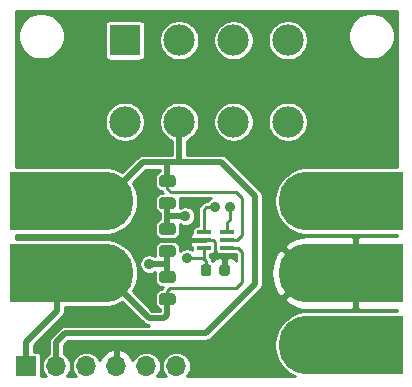
<source format=gbr>
G04 #@! TF.GenerationSoftware,KiCad,Pcbnew,(5.1.0)-1*
G04 #@! TF.CreationDate,2019-09-02T23:35:44-05:00*
G04 #@! TF.ProjectId,Current_Sense_Nano,43757272-656e-4745-9f53-656e73655f4e,v01*
G04 #@! TF.SameCoordinates,Original*
G04 #@! TF.FileFunction,Copper,L1,Top*
G04 #@! TF.FilePolarity,Positive*
%FSLAX46Y46*%
G04 Gerber Fmt 4.6, Leading zero omitted, Abs format (unit mm)*
G04 Created by KiCad (PCBNEW (5.1.0)-1) date 2019-09-02 23:35:44*
%MOMM*%
%LPD*%
G04 APERTURE LIST*
%ADD10O,1.700000X1.700000*%
%ADD11R,1.700000X1.700000*%
%ADD12C,0.100000*%
%ADD13C,0.875000*%
%ADD14C,5.000000*%
%ADD15R,8.000000X5.000000*%
%ADD16C,0.975000*%
%ADD17C,2.650000*%
%ADD18R,2.650000X2.650000*%
%ADD19R,1.168400X0.355600*%
%ADD20C,0.914400*%
%ADD21C,0.254000*%
%ADD22C,0.508000*%
G04 APERTURE END LIST*
D10*
X140970000Y-132080000D03*
X138430000Y-132080000D03*
X135890000Y-132080000D03*
X133350000Y-132080000D03*
X130810000Y-132080000D03*
D11*
X128270000Y-132080000D03*
D12*
G36*
X143724691Y-123478053D02*
G01*
X143745926Y-123481203D01*
X143766750Y-123486419D01*
X143786962Y-123493651D01*
X143806368Y-123502830D01*
X143824781Y-123513866D01*
X143842024Y-123526654D01*
X143857930Y-123541070D01*
X143872346Y-123556976D01*
X143885134Y-123574219D01*
X143896170Y-123592632D01*
X143905349Y-123612038D01*
X143912581Y-123632250D01*
X143917797Y-123653074D01*
X143920947Y-123674309D01*
X143922000Y-123695750D01*
X143922000Y-124208250D01*
X143920947Y-124229691D01*
X143917797Y-124250926D01*
X143912581Y-124271750D01*
X143905349Y-124291962D01*
X143896170Y-124311368D01*
X143885134Y-124329781D01*
X143872346Y-124347024D01*
X143857930Y-124362930D01*
X143842024Y-124377346D01*
X143824781Y-124390134D01*
X143806368Y-124401170D01*
X143786962Y-124410349D01*
X143766750Y-124417581D01*
X143745926Y-124422797D01*
X143724691Y-124425947D01*
X143703250Y-124427000D01*
X143265750Y-124427000D01*
X143244309Y-124425947D01*
X143223074Y-124422797D01*
X143202250Y-124417581D01*
X143182038Y-124410349D01*
X143162632Y-124401170D01*
X143144219Y-124390134D01*
X143126976Y-124377346D01*
X143111070Y-124362930D01*
X143096654Y-124347024D01*
X143083866Y-124329781D01*
X143072830Y-124311368D01*
X143063651Y-124291962D01*
X143056419Y-124271750D01*
X143051203Y-124250926D01*
X143048053Y-124229691D01*
X143047000Y-124208250D01*
X143047000Y-123695750D01*
X143048053Y-123674309D01*
X143051203Y-123653074D01*
X143056419Y-123632250D01*
X143063651Y-123612038D01*
X143072830Y-123592632D01*
X143083866Y-123574219D01*
X143096654Y-123556976D01*
X143111070Y-123541070D01*
X143126976Y-123526654D01*
X143144219Y-123513866D01*
X143162632Y-123502830D01*
X143182038Y-123493651D01*
X143202250Y-123486419D01*
X143223074Y-123481203D01*
X143244309Y-123478053D01*
X143265750Y-123477000D01*
X143703250Y-123477000D01*
X143724691Y-123478053D01*
X143724691Y-123478053D01*
G37*
D13*
X143484500Y-123952000D03*
D12*
G36*
X145299691Y-123478053D02*
G01*
X145320926Y-123481203D01*
X145341750Y-123486419D01*
X145361962Y-123493651D01*
X145381368Y-123502830D01*
X145399781Y-123513866D01*
X145417024Y-123526654D01*
X145432930Y-123541070D01*
X145447346Y-123556976D01*
X145460134Y-123574219D01*
X145471170Y-123592632D01*
X145480349Y-123612038D01*
X145487581Y-123632250D01*
X145492797Y-123653074D01*
X145495947Y-123674309D01*
X145497000Y-123695750D01*
X145497000Y-124208250D01*
X145495947Y-124229691D01*
X145492797Y-124250926D01*
X145487581Y-124271750D01*
X145480349Y-124291962D01*
X145471170Y-124311368D01*
X145460134Y-124329781D01*
X145447346Y-124347024D01*
X145432930Y-124362930D01*
X145417024Y-124377346D01*
X145399781Y-124390134D01*
X145381368Y-124401170D01*
X145361962Y-124410349D01*
X145341750Y-124417581D01*
X145320926Y-124422797D01*
X145299691Y-124425947D01*
X145278250Y-124427000D01*
X144840750Y-124427000D01*
X144819309Y-124425947D01*
X144798074Y-124422797D01*
X144777250Y-124417581D01*
X144757038Y-124410349D01*
X144737632Y-124401170D01*
X144719219Y-124390134D01*
X144701976Y-124377346D01*
X144686070Y-124362930D01*
X144671654Y-124347024D01*
X144658866Y-124329781D01*
X144647830Y-124311368D01*
X144638651Y-124291962D01*
X144631419Y-124271750D01*
X144626203Y-124250926D01*
X144623053Y-124229691D01*
X144622000Y-124208250D01*
X144622000Y-123695750D01*
X144623053Y-123674309D01*
X144626203Y-123653074D01*
X144631419Y-123632250D01*
X144638651Y-123612038D01*
X144647830Y-123592632D01*
X144658866Y-123574219D01*
X144671654Y-123556976D01*
X144686070Y-123541070D01*
X144701976Y-123526654D01*
X144719219Y-123513866D01*
X144737632Y-123502830D01*
X144757038Y-123493651D01*
X144777250Y-123486419D01*
X144798074Y-123481203D01*
X144819309Y-123478053D01*
X144840750Y-123477000D01*
X145278250Y-123477000D01*
X145299691Y-123478053D01*
X145299691Y-123478053D01*
G37*
D13*
X145059500Y-123952000D03*
D14*
X134874000Y-124206000D03*
D15*
X130874000Y-124206000D03*
X130874000Y-118110000D03*
D14*
X134874000Y-118110000D03*
X152146000Y-118110000D03*
D15*
X156146000Y-118110000D03*
X156146000Y-124206000D03*
D14*
X152146000Y-124206000D03*
X152146000Y-130302000D03*
D15*
X156146000Y-130302000D03*
D12*
G36*
X140688142Y-125927174D02*
G01*
X140711803Y-125930684D01*
X140735007Y-125936496D01*
X140757529Y-125944554D01*
X140779153Y-125954782D01*
X140799670Y-125967079D01*
X140818883Y-125981329D01*
X140836607Y-125997393D01*
X140852671Y-126015117D01*
X140866921Y-126034330D01*
X140879218Y-126054847D01*
X140889446Y-126076471D01*
X140897504Y-126098993D01*
X140903316Y-126122197D01*
X140906826Y-126145858D01*
X140908000Y-126169750D01*
X140908000Y-126657250D01*
X140906826Y-126681142D01*
X140903316Y-126704803D01*
X140897504Y-126728007D01*
X140889446Y-126750529D01*
X140879218Y-126772153D01*
X140866921Y-126792670D01*
X140852671Y-126811883D01*
X140836607Y-126829607D01*
X140818883Y-126845671D01*
X140799670Y-126859921D01*
X140779153Y-126872218D01*
X140757529Y-126882446D01*
X140735007Y-126890504D01*
X140711803Y-126896316D01*
X140688142Y-126899826D01*
X140664250Y-126901000D01*
X139751750Y-126901000D01*
X139727858Y-126899826D01*
X139704197Y-126896316D01*
X139680993Y-126890504D01*
X139658471Y-126882446D01*
X139636847Y-126872218D01*
X139616330Y-126859921D01*
X139597117Y-126845671D01*
X139579393Y-126829607D01*
X139563329Y-126811883D01*
X139549079Y-126792670D01*
X139536782Y-126772153D01*
X139526554Y-126750529D01*
X139518496Y-126728007D01*
X139512684Y-126704803D01*
X139509174Y-126681142D01*
X139508000Y-126657250D01*
X139508000Y-126169750D01*
X139509174Y-126145858D01*
X139512684Y-126122197D01*
X139518496Y-126098993D01*
X139526554Y-126076471D01*
X139536782Y-126054847D01*
X139549079Y-126034330D01*
X139563329Y-126015117D01*
X139579393Y-125997393D01*
X139597117Y-125981329D01*
X139616330Y-125967079D01*
X139636847Y-125954782D01*
X139658471Y-125944554D01*
X139680993Y-125936496D01*
X139704197Y-125930684D01*
X139727858Y-125927174D01*
X139751750Y-125926000D01*
X140664250Y-125926000D01*
X140688142Y-125927174D01*
X140688142Y-125927174D01*
G37*
D16*
X140208000Y-126413500D03*
D12*
G36*
X140688142Y-124052174D02*
G01*
X140711803Y-124055684D01*
X140735007Y-124061496D01*
X140757529Y-124069554D01*
X140779153Y-124079782D01*
X140799670Y-124092079D01*
X140818883Y-124106329D01*
X140836607Y-124122393D01*
X140852671Y-124140117D01*
X140866921Y-124159330D01*
X140879218Y-124179847D01*
X140889446Y-124201471D01*
X140897504Y-124223993D01*
X140903316Y-124247197D01*
X140906826Y-124270858D01*
X140908000Y-124294750D01*
X140908000Y-124782250D01*
X140906826Y-124806142D01*
X140903316Y-124829803D01*
X140897504Y-124853007D01*
X140889446Y-124875529D01*
X140879218Y-124897153D01*
X140866921Y-124917670D01*
X140852671Y-124936883D01*
X140836607Y-124954607D01*
X140818883Y-124970671D01*
X140799670Y-124984921D01*
X140779153Y-124997218D01*
X140757529Y-125007446D01*
X140735007Y-125015504D01*
X140711803Y-125021316D01*
X140688142Y-125024826D01*
X140664250Y-125026000D01*
X139751750Y-125026000D01*
X139727858Y-125024826D01*
X139704197Y-125021316D01*
X139680993Y-125015504D01*
X139658471Y-125007446D01*
X139636847Y-124997218D01*
X139616330Y-124984921D01*
X139597117Y-124970671D01*
X139579393Y-124954607D01*
X139563329Y-124936883D01*
X139549079Y-124917670D01*
X139536782Y-124897153D01*
X139526554Y-124875529D01*
X139518496Y-124853007D01*
X139512684Y-124829803D01*
X139509174Y-124806142D01*
X139508000Y-124782250D01*
X139508000Y-124294750D01*
X139509174Y-124270858D01*
X139512684Y-124247197D01*
X139518496Y-124223993D01*
X139526554Y-124201471D01*
X139536782Y-124179847D01*
X139549079Y-124159330D01*
X139563329Y-124140117D01*
X139579393Y-124122393D01*
X139597117Y-124106329D01*
X139616330Y-124092079D01*
X139636847Y-124079782D01*
X139658471Y-124069554D01*
X139680993Y-124061496D01*
X139704197Y-124055684D01*
X139727858Y-124052174D01*
X139751750Y-124051000D01*
X140664250Y-124051000D01*
X140688142Y-124052174D01*
X140688142Y-124052174D01*
G37*
D16*
X140208000Y-124538500D03*
D12*
G36*
X140688142Y-119988174D02*
G01*
X140711803Y-119991684D01*
X140735007Y-119997496D01*
X140757529Y-120005554D01*
X140779153Y-120015782D01*
X140799670Y-120028079D01*
X140818883Y-120042329D01*
X140836607Y-120058393D01*
X140852671Y-120076117D01*
X140866921Y-120095330D01*
X140879218Y-120115847D01*
X140889446Y-120137471D01*
X140897504Y-120159993D01*
X140903316Y-120183197D01*
X140906826Y-120206858D01*
X140908000Y-120230750D01*
X140908000Y-120718250D01*
X140906826Y-120742142D01*
X140903316Y-120765803D01*
X140897504Y-120789007D01*
X140889446Y-120811529D01*
X140879218Y-120833153D01*
X140866921Y-120853670D01*
X140852671Y-120872883D01*
X140836607Y-120890607D01*
X140818883Y-120906671D01*
X140799670Y-120920921D01*
X140779153Y-120933218D01*
X140757529Y-120943446D01*
X140735007Y-120951504D01*
X140711803Y-120957316D01*
X140688142Y-120960826D01*
X140664250Y-120962000D01*
X139751750Y-120962000D01*
X139727858Y-120960826D01*
X139704197Y-120957316D01*
X139680993Y-120951504D01*
X139658471Y-120943446D01*
X139636847Y-120933218D01*
X139616330Y-120920921D01*
X139597117Y-120906671D01*
X139579393Y-120890607D01*
X139563329Y-120872883D01*
X139549079Y-120853670D01*
X139536782Y-120833153D01*
X139526554Y-120811529D01*
X139518496Y-120789007D01*
X139512684Y-120765803D01*
X139509174Y-120742142D01*
X139508000Y-120718250D01*
X139508000Y-120230750D01*
X139509174Y-120206858D01*
X139512684Y-120183197D01*
X139518496Y-120159993D01*
X139526554Y-120137471D01*
X139536782Y-120115847D01*
X139549079Y-120095330D01*
X139563329Y-120076117D01*
X139579393Y-120058393D01*
X139597117Y-120042329D01*
X139616330Y-120028079D01*
X139636847Y-120015782D01*
X139658471Y-120005554D01*
X139680993Y-119997496D01*
X139704197Y-119991684D01*
X139727858Y-119988174D01*
X139751750Y-119987000D01*
X140664250Y-119987000D01*
X140688142Y-119988174D01*
X140688142Y-119988174D01*
G37*
D16*
X140208000Y-120474500D03*
D12*
G36*
X140688142Y-121863174D02*
G01*
X140711803Y-121866684D01*
X140735007Y-121872496D01*
X140757529Y-121880554D01*
X140779153Y-121890782D01*
X140799670Y-121903079D01*
X140818883Y-121917329D01*
X140836607Y-121933393D01*
X140852671Y-121951117D01*
X140866921Y-121970330D01*
X140879218Y-121990847D01*
X140889446Y-122012471D01*
X140897504Y-122034993D01*
X140903316Y-122058197D01*
X140906826Y-122081858D01*
X140908000Y-122105750D01*
X140908000Y-122593250D01*
X140906826Y-122617142D01*
X140903316Y-122640803D01*
X140897504Y-122664007D01*
X140889446Y-122686529D01*
X140879218Y-122708153D01*
X140866921Y-122728670D01*
X140852671Y-122747883D01*
X140836607Y-122765607D01*
X140818883Y-122781671D01*
X140799670Y-122795921D01*
X140779153Y-122808218D01*
X140757529Y-122818446D01*
X140735007Y-122826504D01*
X140711803Y-122832316D01*
X140688142Y-122835826D01*
X140664250Y-122837000D01*
X139751750Y-122837000D01*
X139727858Y-122835826D01*
X139704197Y-122832316D01*
X139680993Y-122826504D01*
X139658471Y-122818446D01*
X139636847Y-122808218D01*
X139616330Y-122795921D01*
X139597117Y-122781671D01*
X139579393Y-122765607D01*
X139563329Y-122747883D01*
X139549079Y-122728670D01*
X139536782Y-122708153D01*
X139526554Y-122686529D01*
X139518496Y-122664007D01*
X139512684Y-122640803D01*
X139509174Y-122617142D01*
X139508000Y-122593250D01*
X139508000Y-122105750D01*
X139509174Y-122081858D01*
X139512684Y-122058197D01*
X139518496Y-122034993D01*
X139526554Y-122012471D01*
X139536782Y-121990847D01*
X139549079Y-121970330D01*
X139563329Y-121951117D01*
X139579393Y-121933393D01*
X139597117Y-121917329D01*
X139616330Y-121903079D01*
X139636847Y-121890782D01*
X139658471Y-121880554D01*
X139680993Y-121872496D01*
X139704197Y-121866684D01*
X139727858Y-121863174D01*
X139751750Y-121862000D01*
X140664250Y-121862000D01*
X140688142Y-121863174D01*
X140688142Y-121863174D01*
G37*
D16*
X140208000Y-122349500D03*
D12*
G36*
X140688142Y-117799174D02*
G01*
X140711803Y-117802684D01*
X140735007Y-117808496D01*
X140757529Y-117816554D01*
X140779153Y-117826782D01*
X140799670Y-117839079D01*
X140818883Y-117853329D01*
X140836607Y-117869393D01*
X140852671Y-117887117D01*
X140866921Y-117906330D01*
X140879218Y-117926847D01*
X140889446Y-117948471D01*
X140897504Y-117970993D01*
X140903316Y-117994197D01*
X140906826Y-118017858D01*
X140908000Y-118041750D01*
X140908000Y-118529250D01*
X140906826Y-118553142D01*
X140903316Y-118576803D01*
X140897504Y-118600007D01*
X140889446Y-118622529D01*
X140879218Y-118644153D01*
X140866921Y-118664670D01*
X140852671Y-118683883D01*
X140836607Y-118701607D01*
X140818883Y-118717671D01*
X140799670Y-118731921D01*
X140779153Y-118744218D01*
X140757529Y-118754446D01*
X140735007Y-118762504D01*
X140711803Y-118768316D01*
X140688142Y-118771826D01*
X140664250Y-118773000D01*
X139751750Y-118773000D01*
X139727858Y-118771826D01*
X139704197Y-118768316D01*
X139680993Y-118762504D01*
X139658471Y-118754446D01*
X139636847Y-118744218D01*
X139616330Y-118731921D01*
X139597117Y-118717671D01*
X139579393Y-118701607D01*
X139563329Y-118683883D01*
X139549079Y-118664670D01*
X139536782Y-118644153D01*
X139526554Y-118622529D01*
X139518496Y-118600007D01*
X139512684Y-118576803D01*
X139509174Y-118553142D01*
X139508000Y-118529250D01*
X139508000Y-118041750D01*
X139509174Y-118017858D01*
X139512684Y-117994197D01*
X139518496Y-117970993D01*
X139526554Y-117948471D01*
X139536782Y-117926847D01*
X139549079Y-117906330D01*
X139563329Y-117887117D01*
X139579393Y-117869393D01*
X139597117Y-117853329D01*
X139616330Y-117839079D01*
X139636847Y-117826782D01*
X139658471Y-117816554D01*
X139680993Y-117808496D01*
X139704197Y-117802684D01*
X139727858Y-117799174D01*
X139751750Y-117798000D01*
X140664250Y-117798000D01*
X140688142Y-117799174D01*
X140688142Y-117799174D01*
G37*
D16*
X140208000Y-118285500D03*
D12*
G36*
X140688142Y-115924174D02*
G01*
X140711803Y-115927684D01*
X140735007Y-115933496D01*
X140757529Y-115941554D01*
X140779153Y-115951782D01*
X140799670Y-115964079D01*
X140818883Y-115978329D01*
X140836607Y-115994393D01*
X140852671Y-116012117D01*
X140866921Y-116031330D01*
X140879218Y-116051847D01*
X140889446Y-116073471D01*
X140897504Y-116095993D01*
X140903316Y-116119197D01*
X140906826Y-116142858D01*
X140908000Y-116166750D01*
X140908000Y-116654250D01*
X140906826Y-116678142D01*
X140903316Y-116701803D01*
X140897504Y-116725007D01*
X140889446Y-116747529D01*
X140879218Y-116769153D01*
X140866921Y-116789670D01*
X140852671Y-116808883D01*
X140836607Y-116826607D01*
X140818883Y-116842671D01*
X140799670Y-116856921D01*
X140779153Y-116869218D01*
X140757529Y-116879446D01*
X140735007Y-116887504D01*
X140711803Y-116893316D01*
X140688142Y-116896826D01*
X140664250Y-116898000D01*
X139751750Y-116898000D01*
X139727858Y-116896826D01*
X139704197Y-116893316D01*
X139680993Y-116887504D01*
X139658471Y-116879446D01*
X139636847Y-116869218D01*
X139616330Y-116856921D01*
X139597117Y-116842671D01*
X139579393Y-116826607D01*
X139563329Y-116808883D01*
X139549079Y-116789670D01*
X139536782Y-116769153D01*
X139526554Y-116747529D01*
X139518496Y-116725007D01*
X139512684Y-116701803D01*
X139509174Y-116678142D01*
X139508000Y-116654250D01*
X139508000Y-116166750D01*
X139509174Y-116142858D01*
X139512684Y-116119197D01*
X139518496Y-116095993D01*
X139526554Y-116073471D01*
X139536782Y-116051847D01*
X139549079Y-116031330D01*
X139563329Y-116012117D01*
X139579393Y-115994393D01*
X139597117Y-115978329D01*
X139616330Y-115964079D01*
X139636847Y-115951782D01*
X139658471Y-115941554D01*
X139680993Y-115933496D01*
X139704197Y-115927684D01*
X139727858Y-115924174D01*
X139751750Y-115923000D01*
X140664250Y-115923000D01*
X140688142Y-115924174D01*
X140688142Y-115924174D01*
G37*
D16*
X140208000Y-116410500D03*
D17*
X136610000Y-111400000D03*
X141210000Y-111400000D03*
X145810000Y-111400000D03*
X150410000Y-111400000D03*
X150410000Y-104500000D03*
X145810000Y-104500000D03*
D18*
X136610000Y-104500000D03*
D17*
X141210000Y-104500000D03*
D19*
X143294100Y-120762001D03*
X143294100Y-121412000D03*
X143294100Y-122061999D03*
X145249900Y-122061999D03*
X145249900Y-121412000D03*
X145249900Y-120762001D03*
D20*
X146431000Y-114554000D03*
X148971000Y-132080000D03*
X143510000Y-132080000D03*
X141859000Y-121412000D03*
X141859000Y-122936000D03*
X140208000Y-113411000D03*
X132080000Y-130556000D03*
X136398000Y-114554000D03*
X147447000Y-127508000D03*
X132080000Y-127889000D03*
X145542000Y-118618000D03*
X144272000Y-118618000D03*
X138684000Y-123444000D03*
X141732000Y-119380000D03*
D21*
X143484500Y-123164500D02*
X143484500Y-123952000D01*
X143294100Y-122061999D02*
X143294100Y-122974100D01*
X143294100Y-122974100D02*
X143484500Y-123164500D01*
X143256000Y-122936000D02*
X143294100Y-122974100D01*
X141859000Y-122936000D02*
X143256000Y-122936000D01*
X143294100Y-121412000D02*
X141859000Y-121412000D01*
X143294100Y-121412000D02*
X144091903Y-121412000D01*
X144284699Y-122544600D02*
X144422099Y-122682000D01*
X144091903Y-121412000D02*
X144284699Y-121604796D01*
X144284699Y-121604796D02*
X144284699Y-122544600D01*
X144422099Y-122682000D02*
X144780000Y-122682000D01*
X145059500Y-122961500D02*
X145059500Y-123952000D01*
X144780000Y-122682000D02*
X145059500Y-122961500D01*
D22*
X130874000Y-124460000D02*
X135382000Y-124460000D01*
X133350000Y-125984000D02*
X134874000Y-124460000D01*
X138684000Y-128016000D02*
X134874000Y-124206000D01*
X139954000Y-128016000D02*
X138684000Y-128016000D01*
X140208000Y-126413500D02*
X140208000Y-127762000D01*
X140208000Y-127762000D02*
X139954000Y-128016000D01*
X133350000Y-125730000D02*
X134874000Y-124206000D01*
X130874000Y-124206000D02*
X130874000Y-127444000D01*
X128270000Y-130048000D02*
X128270000Y-132080000D01*
X130874000Y-127444000D02*
X128270000Y-130048000D01*
D21*
X140208000Y-125730000D02*
X140462000Y-125476000D01*
X140208000Y-126413500D02*
X140208000Y-125730000D01*
X146050000Y-125476000D02*
X146558000Y-124968000D01*
X146558000Y-124968000D02*
X146558000Y-122428000D01*
X146191999Y-122061999D02*
X145249900Y-122061999D01*
X140462000Y-125476000D02*
X146050000Y-125476000D01*
X146558000Y-122428000D02*
X146191999Y-122061999D01*
D22*
X138176000Y-114808000D02*
X134874000Y-118110000D01*
X140208000Y-115823000D02*
X140208000Y-114808000D01*
X140208000Y-116410500D02*
X140208000Y-115823000D01*
X138176000Y-114808000D02*
X140208000Y-114808000D01*
D21*
X146088100Y-121412000D02*
X145249900Y-121412000D01*
X140208000Y-117048612D02*
X140507388Y-117348000D01*
X140208000Y-116410500D02*
X140208000Y-117048612D01*
X140507388Y-117348000D02*
X146050000Y-117348000D01*
X146050000Y-117348000D02*
X146558000Y-117856000D01*
X146558000Y-117856000D02*
X146558000Y-120942100D01*
X146558000Y-120942100D02*
X146088100Y-121412000D01*
D22*
X141210000Y-114745800D02*
X141147800Y-114808000D01*
X141210000Y-111400000D02*
X141210000Y-114745800D01*
X140208000Y-114808000D02*
X141147800Y-114808000D01*
X144780000Y-114808000D02*
X147672628Y-117700628D01*
X147672628Y-117700628D02*
X147672628Y-125123372D01*
X147672628Y-125123372D02*
X143510000Y-129286000D01*
X143510000Y-129286000D02*
X131572000Y-129286000D01*
X130810000Y-130048000D02*
X130810000Y-132080000D01*
X131572000Y-129286000D02*
X130810000Y-130048000D01*
X142494000Y-114808000D02*
X144780000Y-114808000D01*
X141147800Y-114808000D02*
X142494000Y-114808000D01*
D21*
X145249900Y-120762001D02*
X145249900Y-119926100D01*
X145542000Y-119634000D02*
X145542000Y-118618000D01*
X145249900Y-119926100D02*
X145542000Y-119634000D01*
X143294100Y-118833900D02*
X143510000Y-118618000D01*
X143294100Y-120762001D02*
X143294100Y-118833900D01*
X143510000Y-118618000D02*
X144272000Y-118618000D01*
D22*
X140208000Y-123444000D02*
X138684000Y-123444000D01*
X140208000Y-123444000D02*
X140208000Y-124538500D01*
X140208000Y-122349500D02*
X140208000Y-123444000D01*
X140208000Y-119380000D02*
X141732000Y-119380000D01*
X140208000Y-119380000D02*
X140208000Y-120474500D01*
X140208000Y-118285500D02*
X140208000Y-119380000D01*
D21*
G36*
X138212935Y-128442961D02*
G01*
X138232815Y-128467185D01*
X138257039Y-128487065D01*
X138257043Y-128487069D01*
X138329506Y-128546538D01*
X138439820Y-128605502D01*
X138559518Y-128641812D01*
X138652808Y-128651000D01*
X131603189Y-128651000D01*
X131572000Y-128647928D01*
X131540811Y-128651000D01*
X131540808Y-128651000D01*
X131447518Y-128660188D01*
X131327820Y-128696498D01*
X131217506Y-128755462D01*
X131145043Y-128814931D01*
X131145039Y-128814935D01*
X131120815Y-128834815D01*
X131100934Y-128859040D01*
X130383050Y-129576926D01*
X130358815Y-129596815D01*
X130279463Y-129693507D01*
X130220498Y-129803821D01*
X130184188Y-129923519D01*
X130175000Y-130016809D01*
X130175000Y-130016819D01*
X130171929Y-130048000D01*
X130175000Y-130079181D01*
X130175000Y-131023599D01*
X130122784Y-131051509D01*
X129935340Y-131205340D01*
X129781509Y-131392784D01*
X129667202Y-131606637D01*
X129596812Y-131838682D01*
X129573044Y-132080000D01*
X129596812Y-132321318D01*
X129667202Y-132553363D01*
X129781509Y-132767216D01*
X129926592Y-132944000D01*
X129501464Y-132944000D01*
X129502843Y-132930000D01*
X129502843Y-131230000D01*
X129495487Y-131155311D01*
X129473701Y-131083492D01*
X129438322Y-131017304D01*
X129390711Y-130959289D01*
X129332696Y-130911678D01*
X129266508Y-130876299D01*
X129194689Y-130854513D01*
X129120000Y-130847157D01*
X128905000Y-130847157D01*
X128905000Y-130311024D01*
X131300955Y-127915070D01*
X131325185Y-127895185D01*
X131404537Y-127798494D01*
X131463502Y-127688180D01*
X131499812Y-127568482D01*
X131509000Y-127475192D01*
X131509000Y-127475182D01*
X131512071Y-127444001D01*
X131509000Y-127412820D01*
X131509000Y-127088843D01*
X134874000Y-127088843D01*
X134892713Y-127087000D01*
X135157754Y-127087000D01*
X135714357Y-126976285D01*
X136238665Y-126759109D01*
X136412758Y-126642784D01*
X138212935Y-128442961D01*
X138212935Y-128442961D01*
G37*
X138212935Y-128442961D02*
X138232815Y-128467185D01*
X138257039Y-128487065D01*
X138257043Y-128487069D01*
X138329506Y-128546538D01*
X138439820Y-128605502D01*
X138559518Y-128641812D01*
X138652808Y-128651000D01*
X131603189Y-128651000D01*
X131572000Y-128647928D01*
X131540811Y-128651000D01*
X131540808Y-128651000D01*
X131447518Y-128660188D01*
X131327820Y-128696498D01*
X131217506Y-128755462D01*
X131145043Y-128814931D01*
X131145039Y-128814935D01*
X131120815Y-128834815D01*
X131100934Y-128859040D01*
X130383050Y-129576926D01*
X130358815Y-129596815D01*
X130279463Y-129693507D01*
X130220498Y-129803821D01*
X130184188Y-129923519D01*
X130175000Y-130016809D01*
X130175000Y-130016819D01*
X130171929Y-130048000D01*
X130175000Y-130079181D01*
X130175000Y-131023599D01*
X130122784Y-131051509D01*
X129935340Y-131205340D01*
X129781509Y-131392784D01*
X129667202Y-131606637D01*
X129596812Y-131838682D01*
X129573044Y-132080000D01*
X129596812Y-132321318D01*
X129667202Y-132553363D01*
X129781509Y-132767216D01*
X129926592Y-132944000D01*
X129501464Y-132944000D01*
X129502843Y-132930000D01*
X129502843Y-131230000D01*
X129495487Y-131155311D01*
X129473701Y-131083492D01*
X129438322Y-131017304D01*
X129390711Y-130959289D01*
X129332696Y-130911678D01*
X129266508Y-130876299D01*
X129194689Y-130854513D01*
X129120000Y-130847157D01*
X128905000Y-130847157D01*
X128905000Y-130311024D01*
X131300955Y-127915070D01*
X131325185Y-127895185D01*
X131404537Y-127798494D01*
X131463502Y-127688180D01*
X131499812Y-127568482D01*
X131509000Y-127475192D01*
X131509000Y-127475182D01*
X131512071Y-127444001D01*
X131509000Y-127412820D01*
X131509000Y-127088843D01*
X134874000Y-127088843D01*
X134892713Y-127087000D01*
X135157754Y-127087000D01*
X135714357Y-126976285D01*
X136238665Y-126759109D01*
X136412758Y-126642784D01*
X138212935Y-128442961D01*
G36*
X159614000Y-115227157D02*
G01*
X152146000Y-115227157D01*
X152127287Y-115229000D01*
X151862246Y-115229000D01*
X151305643Y-115339715D01*
X150781335Y-115556891D01*
X150309470Y-115872181D01*
X149908181Y-116273470D01*
X149592891Y-116745335D01*
X149375715Y-117269643D01*
X149265000Y-117826246D01*
X149265000Y-118393754D01*
X149375715Y-118950357D01*
X149592891Y-119474665D01*
X149908181Y-119946530D01*
X150309470Y-120347819D01*
X150781335Y-120663109D01*
X151305643Y-120880285D01*
X151862246Y-120991000D01*
X152127287Y-120991000D01*
X152146000Y-120992843D01*
X159614001Y-120992843D01*
X159614001Y-121068368D01*
X156431750Y-121071000D01*
X156273000Y-121229750D01*
X156273000Y-124079000D01*
X156293000Y-124079000D01*
X156293000Y-124333000D01*
X156273000Y-124333000D01*
X156273000Y-127182250D01*
X156431750Y-127341000D01*
X159614001Y-127343632D01*
X159614001Y-127419157D01*
X152146000Y-127419157D01*
X152127287Y-127421000D01*
X151862246Y-127421000D01*
X151305643Y-127531715D01*
X150781335Y-127748891D01*
X150309470Y-128064181D01*
X149908181Y-128465470D01*
X149592891Y-128937335D01*
X149375715Y-129461643D01*
X149265000Y-130018246D01*
X149265000Y-130585754D01*
X149375715Y-131142357D01*
X149592891Y-131666665D01*
X149908181Y-132138530D01*
X150309470Y-132539819D01*
X150781335Y-132855109D01*
X150995936Y-132944000D01*
X141853408Y-132944000D01*
X141998491Y-132767216D01*
X142112798Y-132553363D01*
X142183188Y-132321318D01*
X142206956Y-132080000D01*
X142183188Y-131838682D01*
X142112798Y-131606637D01*
X141998491Y-131392784D01*
X141844660Y-131205340D01*
X141657216Y-131051509D01*
X141443363Y-130937202D01*
X141211318Y-130866812D01*
X141030472Y-130849000D01*
X140909528Y-130849000D01*
X140728682Y-130866812D01*
X140496637Y-130937202D01*
X140282784Y-131051509D01*
X140095340Y-131205340D01*
X139941509Y-131392784D01*
X139827202Y-131606637D01*
X139756812Y-131838682D01*
X139733044Y-132080000D01*
X139756812Y-132321318D01*
X139827202Y-132553363D01*
X139941509Y-132767216D01*
X140086592Y-132944000D01*
X139313408Y-132944000D01*
X139458491Y-132767216D01*
X139572798Y-132553363D01*
X139643188Y-132321318D01*
X139666956Y-132080000D01*
X139643188Y-131838682D01*
X139572798Y-131606637D01*
X139458491Y-131392784D01*
X139304660Y-131205340D01*
X139117216Y-131051509D01*
X138903363Y-130937202D01*
X138671318Y-130866812D01*
X138490472Y-130849000D01*
X138369528Y-130849000D01*
X138188682Y-130866812D01*
X137956637Y-130937202D01*
X137742784Y-131051509D01*
X137555340Y-131205340D01*
X137401509Y-131392784D01*
X137288983Y-131603305D01*
X137234157Y-131448748D01*
X137085178Y-131198645D01*
X136890269Y-130982412D01*
X136656920Y-130808359D01*
X136394099Y-130683175D01*
X136246890Y-130638524D01*
X136017000Y-130759845D01*
X136017000Y-131953000D01*
X136037000Y-131953000D01*
X136037000Y-132207000D01*
X136017000Y-132207000D01*
X136017000Y-132227000D01*
X135763000Y-132227000D01*
X135763000Y-132207000D01*
X135743000Y-132207000D01*
X135743000Y-131953000D01*
X135763000Y-131953000D01*
X135763000Y-130759845D01*
X135533110Y-130638524D01*
X135385901Y-130683175D01*
X135123080Y-130808359D01*
X134889731Y-130982412D01*
X134694822Y-131198645D01*
X134545843Y-131448748D01*
X134491017Y-131603305D01*
X134378491Y-131392784D01*
X134224660Y-131205340D01*
X134037216Y-131051509D01*
X133823363Y-130937202D01*
X133591318Y-130866812D01*
X133410472Y-130849000D01*
X133289528Y-130849000D01*
X133108682Y-130866812D01*
X132876637Y-130937202D01*
X132662784Y-131051509D01*
X132475340Y-131205340D01*
X132321509Y-131392784D01*
X132207202Y-131606637D01*
X132136812Y-131838682D01*
X132113044Y-132080000D01*
X132136812Y-132321318D01*
X132207202Y-132553363D01*
X132321509Y-132767216D01*
X132466592Y-132944000D01*
X131693408Y-132944000D01*
X131838491Y-132767216D01*
X131952798Y-132553363D01*
X132023188Y-132321318D01*
X132046956Y-132080000D01*
X132023188Y-131838682D01*
X131952798Y-131606637D01*
X131838491Y-131392784D01*
X131684660Y-131205340D01*
X131497216Y-131051509D01*
X131445000Y-131023599D01*
X131445000Y-130311025D01*
X131835025Y-129921000D01*
X143478819Y-129921000D01*
X143510000Y-129924071D01*
X143541181Y-129921000D01*
X143541192Y-129921000D01*
X143634482Y-129911812D01*
X143754180Y-129875502D01*
X143864494Y-129816537D01*
X143961185Y-129737185D01*
X143981074Y-129712950D01*
X148099583Y-125594442D01*
X148123813Y-125574557D01*
X148203165Y-125477866D01*
X148262130Y-125367552D01*
X148298440Y-125247854D01*
X148307628Y-125154564D01*
X148307628Y-125154553D01*
X148310699Y-125123372D01*
X148307628Y-125092191D01*
X148307628Y-124209328D01*
X148995832Y-124209328D01*
X149057010Y-124823831D01*
X149236897Y-125414592D01*
X149524882Y-125953373D01*
X149942852Y-126229543D01*
X151510764Y-124661631D01*
X151510265Y-125021340D01*
X150122457Y-126409148D01*
X150398627Y-126827118D01*
X150943557Y-127117649D01*
X151534696Y-127296287D01*
X152149328Y-127356168D01*
X152271872Y-127343968D01*
X155860250Y-127341000D01*
X156019000Y-127182250D01*
X156019000Y-124333000D01*
X155999000Y-124333000D01*
X155999000Y-124079000D01*
X156019000Y-124079000D01*
X156019000Y-121229750D01*
X155860250Y-121071000D01*
X152267863Y-121068029D01*
X152142672Y-121055832D01*
X151528169Y-121117010D01*
X150937408Y-121296897D01*
X150398627Y-121584882D01*
X150122457Y-122002852D01*
X151510265Y-123390660D01*
X151510764Y-123750369D01*
X149942852Y-122182457D01*
X149524882Y-122458627D01*
X149234351Y-123003557D01*
X149055713Y-123594696D01*
X148995832Y-124209328D01*
X148307628Y-124209328D01*
X148307628Y-117731817D01*
X148310700Y-117700628D01*
X148303901Y-117631595D01*
X148298440Y-117576146D01*
X148262130Y-117456448D01*
X148246495Y-117427197D01*
X148203166Y-117346134D01*
X148143697Y-117273671D01*
X148143693Y-117273667D01*
X148123813Y-117249443D01*
X148099590Y-117229564D01*
X145251074Y-114381050D01*
X145231185Y-114356815D01*
X145134494Y-114277463D01*
X145024180Y-114218498D01*
X144904482Y-114182188D01*
X144811192Y-114173000D01*
X144811181Y-114173000D01*
X144780000Y-114169929D01*
X144748819Y-114173000D01*
X141845000Y-114173000D01*
X141845000Y-112983536D01*
X142018094Y-112911838D01*
X142297512Y-112725137D01*
X142535137Y-112487512D01*
X142721838Y-112208094D01*
X142850440Y-111897622D01*
X142916000Y-111568026D01*
X142916000Y-111231974D01*
X144104000Y-111231974D01*
X144104000Y-111568026D01*
X144169560Y-111897622D01*
X144298162Y-112208094D01*
X144484863Y-112487512D01*
X144722488Y-112725137D01*
X145001906Y-112911838D01*
X145312378Y-113040440D01*
X145641974Y-113106000D01*
X145978026Y-113106000D01*
X146307622Y-113040440D01*
X146618094Y-112911838D01*
X146897512Y-112725137D01*
X147135137Y-112487512D01*
X147321838Y-112208094D01*
X147450440Y-111897622D01*
X147516000Y-111568026D01*
X147516000Y-111231974D01*
X148704000Y-111231974D01*
X148704000Y-111568026D01*
X148769560Y-111897622D01*
X148898162Y-112208094D01*
X149084863Y-112487512D01*
X149322488Y-112725137D01*
X149601906Y-112911838D01*
X149912378Y-113040440D01*
X150241974Y-113106000D01*
X150578026Y-113106000D01*
X150907622Y-113040440D01*
X151218094Y-112911838D01*
X151497512Y-112725137D01*
X151735137Y-112487512D01*
X151921838Y-112208094D01*
X152050440Y-111897622D01*
X152116000Y-111568026D01*
X152116000Y-111231974D01*
X152050440Y-110902378D01*
X151921838Y-110591906D01*
X151735137Y-110312488D01*
X151497512Y-110074863D01*
X151218094Y-109888162D01*
X150907622Y-109759560D01*
X150578026Y-109694000D01*
X150241974Y-109694000D01*
X149912378Y-109759560D01*
X149601906Y-109888162D01*
X149322488Y-110074863D01*
X149084863Y-110312488D01*
X148898162Y-110591906D01*
X148769560Y-110902378D01*
X148704000Y-111231974D01*
X147516000Y-111231974D01*
X147450440Y-110902378D01*
X147321838Y-110591906D01*
X147135137Y-110312488D01*
X146897512Y-110074863D01*
X146618094Y-109888162D01*
X146307622Y-109759560D01*
X145978026Y-109694000D01*
X145641974Y-109694000D01*
X145312378Y-109759560D01*
X145001906Y-109888162D01*
X144722488Y-110074863D01*
X144484863Y-110312488D01*
X144298162Y-110591906D01*
X144169560Y-110902378D01*
X144104000Y-111231974D01*
X142916000Y-111231974D01*
X142850440Y-110902378D01*
X142721838Y-110591906D01*
X142535137Y-110312488D01*
X142297512Y-110074863D01*
X142018094Y-109888162D01*
X141707622Y-109759560D01*
X141378026Y-109694000D01*
X141041974Y-109694000D01*
X140712378Y-109759560D01*
X140401906Y-109888162D01*
X140122488Y-110074863D01*
X139884863Y-110312488D01*
X139698162Y-110591906D01*
X139569560Y-110902378D01*
X139504000Y-111231974D01*
X139504000Y-111568026D01*
X139569560Y-111897622D01*
X139698162Y-112208094D01*
X139884863Y-112487512D01*
X140122488Y-112725137D01*
X140401906Y-112911838D01*
X140575000Y-112983536D01*
X140575001Y-114173000D01*
X140239192Y-114173000D01*
X140208000Y-114169928D01*
X140176809Y-114173000D01*
X138207180Y-114173000D01*
X138175999Y-114169929D01*
X138144818Y-114173000D01*
X138144808Y-114173000D01*
X138051518Y-114182188D01*
X137931820Y-114218498D01*
X137821506Y-114277463D01*
X137724815Y-114356815D01*
X137704931Y-114381044D01*
X136412759Y-115673217D01*
X136238665Y-115556891D01*
X135714357Y-115339715D01*
X135157754Y-115229000D01*
X134892713Y-115229000D01*
X134874000Y-115227157D01*
X127406000Y-115227157D01*
X127406000Y-111231974D01*
X134904000Y-111231974D01*
X134904000Y-111568026D01*
X134969560Y-111897622D01*
X135098162Y-112208094D01*
X135284863Y-112487512D01*
X135522488Y-112725137D01*
X135801906Y-112911838D01*
X136112378Y-113040440D01*
X136441974Y-113106000D01*
X136778026Y-113106000D01*
X137107622Y-113040440D01*
X137418094Y-112911838D01*
X137697512Y-112725137D01*
X137935137Y-112487512D01*
X138121838Y-112208094D01*
X138250440Y-111897622D01*
X138316000Y-111568026D01*
X138316000Y-111231974D01*
X138250440Y-110902378D01*
X138121838Y-110591906D01*
X137935137Y-110312488D01*
X137697512Y-110074863D01*
X137418094Y-109888162D01*
X137107622Y-109759560D01*
X136778026Y-109694000D01*
X136441974Y-109694000D01*
X136112378Y-109759560D01*
X135801906Y-109888162D01*
X135522488Y-110074863D01*
X135284863Y-110312488D01*
X135098162Y-110591906D01*
X134969560Y-110902378D01*
X134904000Y-111231974D01*
X127406000Y-111231974D01*
X127406000Y-103944889D01*
X127559000Y-103944889D01*
X127559000Y-104335111D01*
X127635129Y-104717836D01*
X127784461Y-105078355D01*
X128001257Y-105402814D01*
X128277186Y-105678743D01*
X128601645Y-105895539D01*
X128962164Y-106044871D01*
X129344889Y-106121000D01*
X129735111Y-106121000D01*
X130117836Y-106044871D01*
X130478355Y-105895539D01*
X130802814Y-105678743D01*
X131078743Y-105402814D01*
X131295539Y-105078355D01*
X131444871Y-104717836D01*
X131521000Y-104335111D01*
X131521000Y-103944889D01*
X131444871Y-103562164D01*
X131295539Y-103201645D01*
X131277736Y-103175000D01*
X134902157Y-103175000D01*
X134902157Y-105825000D01*
X134909513Y-105899689D01*
X134931299Y-105971508D01*
X134966678Y-106037696D01*
X135014289Y-106095711D01*
X135072304Y-106143322D01*
X135138492Y-106178701D01*
X135210311Y-106200487D01*
X135285000Y-106207843D01*
X137935000Y-106207843D01*
X138009689Y-106200487D01*
X138081508Y-106178701D01*
X138147696Y-106143322D01*
X138205711Y-106095711D01*
X138253322Y-106037696D01*
X138288701Y-105971508D01*
X138310487Y-105899689D01*
X138317843Y-105825000D01*
X138317843Y-104331974D01*
X139504000Y-104331974D01*
X139504000Y-104668026D01*
X139569560Y-104997622D01*
X139698162Y-105308094D01*
X139884863Y-105587512D01*
X140122488Y-105825137D01*
X140401906Y-106011838D01*
X140712378Y-106140440D01*
X141041974Y-106206000D01*
X141378026Y-106206000D01*
X141707622Y-106140440D01*
X142018094Y-106011838D01*
X142297512Y-105825137D01*
X142535137Y-105587512D01*
X142721838Y-105308094D01*
X142850440Y-104997622D01*
X142916000Y-104668026D01*
X142916000Y-104331974D01*
X144104000Y-104331974D01*
X144104000Y-104668026D01*
X144169560Y-104997622D01*
X144298162Y-105308094D01*
X144484863Y-105587512D01*
X144722488Y-105825137D01*
X145001906Y-106011838D01*
X145312378Y-106140440D01*
X145641974Y-106206000D01*
X145978026Y-106206000D01*
X146307622Y-106140440D01*
X146618094Y-106011838D01*
X146897512Y-105825137D01*
X147135137Y-105587512D01*
X147321838Y-105308094D01*
X147450440Y-104997622D01*
X147516000Y-104668026D01*
X147516000Y-104331974D01*
X148704000Y-104331974D01*
X148704000Y-104668026D01*
X148769560Y-104997622D01*
X148898162Y-105308094D01*
X149084863Y-105587512D01*
X149322488Y-105825137D01*
X149601906Y-106011838D01*
X149912378Y-106140440D01*
X150241974Y-106206000D01*
X150578026Y-106206000D01*
X150907622Y-106140440D01*
X151218094Y-106011838D01*
X151497512Y-105825137D01*
X151735137Y-105587512D01*
X151921838Y-105308094D01*
X152050440Y-104997622D01*
X152116000Y-104668026D01*
X152116000Y-104331974D01*
X152050440Y-104002378D01*
X152026628Y-103944889D01*
X155499000Y-103944889D01*
X155499000Y-104335111D01*
X155575129Y-104717836D01*
X155724461Y-105078355D01*
X155941257Y-105402814D01*
X156217186Y-105678743D01*
X156541645Y-105895539D01*
X156902164Y-106044871D01*
X157284889Y-106121000D01*
X157675111Y-106121000D01*
X158057836Y-106044871D01*
X158418355Y-105895539D01*
X158742814Y-105678743D01*
X159018743Y-105402814D01*
X159235539Y-105078355D01*
X159384871Y-104717836D01*
X159461000Y-104335111D01*
X159461000Y-103944889D01*
X159384871Y-103562164D01*
X159235539Y-103201645D01*
X159018743Y-102877186D01*
X158742814Y-102601257D01*
X158418355Y-102384461D01*
X158057836Y-102235129D01*
X157675111Y-102159000D01*
X157284889Y-102159000D01*
X156902164Y-102235129D01*
X156541645Y-102384461D01*
X156217186Y-102601257D01*
X155941257Y-102877186D01*
X155724461Y-103201645D01*
X155575129Y-103562164D01*
X155499000Y-103944889D01*
X152026628Y-103944889D01*
X151921838Y-103691906D01*
X151735137Y-103412488D01*
X151497512Y-103174863D01*
X151218094Y-102988162D01*
X150907622Y-102859560D01*
X150578026Y-102794000D01*
X150241974Y-102794000D01*
X149912378Y-102859560D01*
X149601906Y-102988162D01*
X149322488Y-103174863D01*
X149084863Y-103412488D01*
X148898162Y-103691906D01*
X148769560Y-104002378D01*
X148704000Y-104331974D01*
X147516000Y-104331974D01*
X147450440Y-104002378D01*
X147321838Y-103691906D01*
X147135137Y-103412488D01*
X146897512Y-103174863D01*
X146618094Y-102988162D01*
X146307622Y-102859560D01*
X145978026Y-102794000D01*
X145641974Y-102794000D01*
X145312378Y-102859560D01*
X145001906Y-102988162D01*
X144722488Y-103174863D01*
X144484863Y-103412488D01*
X144298162Y-103691906D01*
X144169560Y-104002378D01*
X144104000Y-104331974D01*
X142916000Y-104331974D01*
X142850440Y-104002378D01*
X142721838Y-103691906D01*
X142535137Y-103412488D01*
X142297512Y-103174863D01*
X142018094Y-102988162D01*
X141707622Y-102859560D01*
X141378026Y-102794000D01*
X141041974Y-102794000D01*
X140712378Y-102859560D01*
X140401906Y-102988162D01*
X140122488Y-103174863D01*
X139884863Y-103412488D01*
X139698162Y-103691906D01*
X139569560Y-104002378D01*
X139504000Y-104331974D01*
X138317843Y-104331974D01*
X138317843Y-103175000D01*
X138310487Y-103100311D01*
X138288701Y-103028492D01*
X138253322Y-102962304D01*
X138205711Y-102904289D01*
X138147696Y-102856678D01*
X138081508Y-102821299D01*
X138009689Y-102799513D01*
X137935000Y-102792157D01*
X135285000Y-102792157D01*
X135210311Y-102799513D01*
X135138492Y-102821299D01*
X135072304Y-102856678D01*
X135014289Y-102904289D01*
X134966678Y-102962304D01*
X134931299Y-103028492D01*
X134909513Y-103100311D01*
X134902157Y-103175000D01*
X131277736Y-103175000D01*
X131078743Y-102877186D01*
X130802814Y-102601257D01*
X130478355Y-102384461D01*
X130117836Y-102235129D01*
X129735111Y-102159000D01*
X129344889Y-102159000D01*
X128962164Y-102235129D01*
X128601645Y-102384461D01*
X128277186Y-102601257D01*
X128001257Y-102877186D01*
X127784461Y-103201645D01*
X127635129Y-103562164D01*
X127559000Y-103944889D01*
X127406000Y-103944889D01*
X127406000Y-102006000D01*
X159614000Y-102006000D01*
X159614000Y-115227157D01*
X159614000Y-115227157D01*
G37*
X159614000Y-115227157D02*
X152146000Y-115227157D01*
X152127287Y-115229000D01*
X151862246Y-115229000D01*
X151305643Y-115339715D01*
X150781335Y-115556891D01*
X150309470Y-115872181D01*
X149908181Y-116273470D01*
X149592891Y-116745335D01*
X149375715Y-117269643D01*
X149265000Y-117826246D01*
X149265000Y-118393754D01*
X149375715Y-118950357D01*
X149592891Y-119474665D01*
X149908181Y-119946530D01*
X150309470Y-120347819D01*
X150781335Y-120663109D01*
X151305643Y-120880285D01*
X151862246Y-120991000D01*
X152127287Y-120991000D01*
X152146000Y-120992843D01*
X159614001Y-120992843D01*
X159614001Y-121068368D01*
X156431750Y-121071000D01*
X156273000Y-121229750D01*
X156273000Y-124079000D01*
X156293000Y-124079000D01*
X156293000Y-124333000D01*
X156273000Y-124333000D01*
X156273000Y-127182250D01*
X156431750Y-127341000D01*
X159614001Y-127343632D01*
X159614001Y-127419157D01*
X152146000Y-127419157D01*
X152127287Y-127421000D01*
X151862246Y-127421000D01*
X151305643Y-127531715D01*
X150781335Y-127748891D01*
X150309470Y-128064181D01*
X149908181Y-128465470D01*
X149592891Y-128937335D01*
X149375715Y-129461643D01*
X149265000Y-130018246D01*
X149265000Y-130585754D01*
X149375715Y-131142357D01*
X149592891Y-131666665D01*
X149908181Y-132138530D01*
X150309470Y-132539819D01*
X150781335Y-132855109D01*
X150995936Y-132944000D01*
X141853408Y-132944000D01*
X141998491Y-132767216D01*
X142112798Y-132553363D01*
X142183188Y-132321318D01*
X142206956Y-132080000D01*
X142183188Y-131838682D01*
X142112798Y-131606637D01*
X141998491Y-131392784D01*
X141844660Y-131205340D01*
X141657216Y-131051509D01*
X141443363Y-130937202D01*
X141211318Y-130866812D01*
X141030472Y-130849000D01*
X140909528Y-130849000D01*
X140728682Y-130866812D01*
X140496637Y-130937202D01*
X140282784Y-131051509D01*
X140095340Y-131205340D01*
X139941509Y-131392784D01*
X139827202Y-131606637D01*
X139756812Y-131838682D01*
X139733044Y-132080000D01*
X139756812Y-132321318D01*
X139827202Y-132553363D01*
X139941509Y-132767216D01*
X140086592Y-132944000D01*
X139313408Y-132944000D01*
X139458491Y-132767216D01*
X139572798Y-132553363D01*
X139643188Y-132321318D01*
X139666956Y-132080000D01*
X139643188Y-131838682D01*
X139572798Y-131606637D01*
X139458491Y-131392784D01*
X139304660Y-131205340D01*
X139117216Y-131051509D01*
X138903363Y-130937202D01*
X138671318Y-130866812D01*
X138490472Y-130849000D01*
X138369528Y-130849000D01*
X138188682Y-130866812D01*
X137956637Y-130937202D01*
X137742784Y-131051509D01*
X137555340Y-131205340D01*
X137401509Y-131392784D01*
X137288983Y-131603305D01*
X137234157Y-131448748D01*
X137085178Y-131198645D01*
X136890269Y-130982412D01*
X136656920Y-130808359D01*
X136394099Y-130683175D01*
X136246890Y-130638524D01*
X136017000Y-130759845D01*
X136017000Y-131953000D01*
X136037000Y-131953000D01*
X136037000Y-132207000D01*
X136017000Y-132207000D01*
X136017000Y-132227000D01*
X135763000Y-132227000D01*
X135763000Y-132207000D01*
X135743000Y-132207000D01*
X135743000Y-131953000D01*
X135763000Y-131953000D01*
X135763000Y-130759845D01*
X135533110Y-130638524D01*
X135385901Y-130683175D01*
X135123080Y-130808359D01*
X134889731Y-130982412D01*
X134694822Y-131198645D01*
X134545843Y-131448748D01*
X134491017Y-131603305D01*
X134378491Y-131392784D01*
X134224660Y-131205340D01*
X134037216Y-131051509D01*
X133823363Y-130937202D01*
X133591318Y-130866812D01*
X133410472Y-130849000D01*
X133289528Y-130849000D01*
X133108682Y-130866812D01*
X132876637Y-130937202D01*
X132662784Y-131051509D01*
X132475340Y-131205340D01*
X132321509Y-131392784D01*
X132207202Y-131606637D01*
X132136812Y-131838682D01*
X132113044Y-132080000D01*
X132136812Y-132321318D01*
X132207202Y-132553363D01*
X132321509Y-132767216D01*
X132466592Y-132944000D01*
X131693408Y-132944000D01*
X131838491Y-132767216D01*
X131952798Y-132553363D01*
X132023188Y-132321318D01*
X132046956Y-132080000D01*
X132023188Y-131838682D01*
X131952798Y-131606637D01*
X131838491Y-131392784D01*
X131684660Y-131205340D01*
X131497216Y-131051509D01*
X131445000Y-131023599D01*
X131445000Y-130311025D01*
X131835025Y-129921000D01*
X143478819Y-129921000D01*
X143510000Y-129924071D01*
X143541181Y-129921000D01*
X143541192Y-129921000D01*
X143634482Y-129911812D01*
X143754180Y-129875502D01*
X143864494Y-129816537D01*
X143961185Y-129737185D01*
X143981074Y-129712950D01*
X148099583Y-125594442D01*
X148123813Y-125574557D01*
X148203165Y-125477866D01*
X148262130Y-125367552D01*
X148298440Y-125247854D01*
X148307628Y-125154564D01*
X148307628Y-125154553D01*
X148310699Y-125123372D01*
X148307628Y-125092191D01*
X148307628Y-124209328D01*
X148995832Y-124209328D01*
X149057010Y-124823831D01*
X149236897Y-125414592D01*
X149524882Y-125953373D01*
X149942852Y-126229543D01*
X151510764Y-124661631D01*
X151510265Y-125021340D01*
X150122457Y-126409148D01*
X150398627Y-126827118D01*
X150943557Y-127117649D01*
X151534696Y-127296287D01*
X152149328Y-127356168D01*
X152271872Y-127343968D01*
X155860250Y-127341000D01*
X156019000Y-127182250D01*
X156019000Y-124333000D01*
X155999000Y-124333000D01*
X155999000Y-124079000D01*
X156019000Y-124079000D01*
X156019000Y-121229750D01*
X155860250Y-121071000D01*
X152267863Y-121068029D01*
X152142672Y-121055832D01*
X151528169Y-121117010D01*
X150937408Y-121296897D01*
X150398627Y-121584882D01*
X150122457Y-122002852D01*
X151510265Y-123390660D01*
X151510764Y-123750369D01*
X149942852Y-122182457D01*
X149524882Y-122458627D01*
X149234351Y-123003557D01*
X149055713Y-123594696D01*
X148995832Y-124209328D01*
X148307628Y-124209328D01*
X148307628Y-117731817D01*
X148310700Y-117700628D01*
X148303901Y-117631595D01*
X148298440Y-117576146D01*
X148262130Y-117456448D01*
X148246495Y-117427197D01*
X148203166Y-117346134D01*
X148143697Y-117273671D01*
X148143693Y-117273667D01*
X148123813Y-117249443D01*
X148099590Y-117229564D01*
X145251074Y-114381050D01*
X145231185Y-114356815D01*
X145134494Y-114277463D01*
X145024180Y-114218498D01*
X144904482Y-114182188D01*
X144811192Y-114173000D01*
X144811181Y-114173000D01*
X144780000Y-114169929D01*
X144748819Y-114173000D01*
X141845000Y-114173000D01*
X141845000Y-112983536D01*
X142018094Y-112911838D01*
X142297512Y-112725137D01*
X142535137Y-112487512D01*
X142721838Y-112208094D01*
X142850440Y-111897622D01*
X142916000Y-111568026D01*
X142916000Y-111231974D01*
X144104000Y-111231974D01*
X144104000Y-111568026D01*
X144169560Y-111897622D01*
X144298162Y-112208094D01*
X144484863Y-112487512D01*
X144722488Y-112725137D01*
X145001906Y-112911838D01*
X145312378Y-113040440D01*
X145641974Y-113106000D01*
X145978026Y-113106000D01*
X146307622Y-113040440D01*
X146618094Y-112911838D01*
X146897512Y-112725137D01*
X147135137Y-112487512D01*
X147321838Y-112208094D01*
X147450440Y-111897622D01*
X147516000Y-111568026D01*
X147516000Y-111231974D01*
X148704000Y-111231974D01*
X148704000Y-111568026D01*
X148769560Y-111897622D01*
X148898162Y-112208094D01*
X149084863Y-112487512D01*
X149322488Y-112725137D01*
X149601906Y-112911838D01*
X149912378Y-113040440D01*
X150241974Y-113106000D01*
X150578026Y-113106000D01*
X150907622Y-113040440D01*
X151218094Y-112911838D01*
X151497512Y-112725137D01*
X151735137Y-112487512D01*
X151921838Y-112208094D01*
X152050440Y-111897622D01*
X152116000Y-111568026D01*
X152116000Y-111231974D01*
X152050440Y-110902378D01*
X151921838Y-110591906D01*
X151735137Y-110312488D01*
X151497512Y-110074863D01*
X151218094Y-109888162D01*
X150907622Y-109759560D01*
X150578026Y-109694000D01*
X150241974Y-109694000D01*
X149912378Y-109759560D01*
X149601906Y-109888162D01*
X149322488Y-110074863D01*
X149084863Y-110312488D01*
X148898162Y-110591906D01*
X148769560Y-110902378D01*
X148704000Y-111231974D01*
X147516000Y-111231974D01*
X147450440Y-110902378D01*
X147321838Y-110591906D01*
X147135137Y-110312488D01*
X146897512Y-110074863D01*
X146618094Y-109888162D01*
X146307622Y-109759560D01*
X145978026Y-109694000D01*
X145641974Y-109694000D01*
X145312378Y-109759560D01*
X145001906Y-109888162D01*
X144722488Y-110074863D01*
X144484863Y-110312488D01*
X144298162Y-110591906D01*
X144169560Y-110902378D01*
X144104000Y-111231974D01*
X142916000Y-111231974D01*
X142850440Y-110902378D01*
X142721838Y-110591906D01*
X142535137Y-110312488D01*
X142297512Y-110074863D01*
X142018094Y-109888162D01*
X141707622Y-109759560D01*
X141378026Y-109694000D01*
X141041974Y-109694000D01*
X140712378Y-109759560D01*
X140401906Y-109888162D01*
X140122488Y-110074863D01*
X139884863Y-110312488D01*
X139698162Y-110591906D01*
X139569560Y-110902378D01*
X139504000Y-111231974D01*
X139504000Y-111568026D01*
X139569560Y-111897622D01*
X139698162Y-112208094D01*
X139884863Y-112487512D01*
X140122488Y-112725137D01*
X140401906Y-112911838D01*
X140575000Y-112983536D01*
X140575001Y-114173000D01*
X140239192Y-114173000D01*
X140208000Y-114169928D01*
X140176809Y-114173000D01*
X138207180Y-114173000D01*
X138175999Y-114169929D01*
X138144818Y-114173000D01*
X138144808Y-114173000D01*
X138051518Y-114182188D01*
X137931820Y-114218498D01*
X137821506Y-114277463D01*
X137724815Y-114356815D01*
X137704931Y-114381044D01*
X136412759Y-115673217D01*
X136238665Y-115556891D01*
X135714357Y-115339715D01*
X135157754Y-115229000D01*
X134892713Y-115229000D01*
X134874000Y-115227157D01*
X127406000Y-115227157D01*
X127406000Y-111231974D01*
X134904000Y-111231974D01*
X134904000Y-111568026D01*
X134969560Y-111897622D01*
X135098162Y-112208094D01*
X135284863Y-112487512D01*
X135522488Y-112725137D01*
X135801906Y-112911838D01*
X136112378Y-113040440D01*
X136441974Y-113106000D01*
X136778026Y-113106000D01*
X137107622Y-113040440D01*
X137418094Y-112911838D01*
X137697512Y-112725137D01*
X137935137Y-112487512D01*
X138121838Y-112208094D01*
X138250440Y-111897622D01*
X138316000Y-111568026D01*
X138316000Y-111231974D01*
X138250440Y-110902378D01*
X138121838Y-110591906D01*
X137935137Y-110312488D01*
X137697512Y-110074863D01*
X137418094Y-109888162D01*
X137107622Y-109759560D01*
X136778026Y-109694000D01*
X136441974Y-109694000D01*
X136112378Y-109759560D01*
X135801906Y-109888162D01*
X135522488Y-110074863D01*
X135284863Y-110312488D01*
X135098162Y-110591906D01*
X134969560Y-110902378D01*
X134904000Y-111231974D01*
X127406000Y-111231974D01*
X127406000Y-103944889D01*
X127559000Y-103944889D01*
X127559000Y-104335111D01*
X127635129Y-104717836D01*
X127784461Y-105078355D01*
X128001257Y-105402814D01*
X128277186Y-105678743D01*
X128601645Y-105895539D01*
X128962164Y-106044871D01*
X129344889Y-106121000D01*
X129735111Y-106121000D01*
X130117836Y-106044871D01*
X130478355Y-105895539D01*
X130802814Y-105678743D01*
X131078743Y-105402814D01*
X131295539Y-105078355D01*
X131444871Y-104717836D01*
X131521000Y-104335111D01*
X131521000Y-103944889D01*
X131444871Y-103562164D01*
X131295539Y-103201645D01*
X131277736Y-103175000D01*
X134902157Y-103175000D01*
X134902157Y-105825000D01*
X134909513Y-105899689D01*
X134931299Y-105971508D01*
X134966678Y-106037696D01*
X135014289Y-106095711D01*
X135072304Y-106143322D01*
X135138492Y-106178701D01*
X135210311Y-106200487D01*
X135285000Y-106207843D01*
X137935000Y-106207843D01*
X138009689Y-106200487D01*
X138081508Y-106178701D01*
X138147696Y-106143322D01*
X138205711Y-106095711D01*
X138253322Y-106037696D01*
X138288701Y-105971508D01*
X138310487Y-105899689D01*
X138317843Y-105825000D01*
X138317843Y-104331974D01*
X139504000Y-104331974D01*
X139504000Y-104668026D01*
X139569560Y-104997622D01*
X139698162Y-105308094D01*
X139884863Y-105587512D01*
X140122488Y-105825137D01*
X140401906Y-106011838D01*
X140712378Y-106140440D01*
X141041974Y-106206000D01*
X141378026Y-106206000D01*
X141707622Y-106140440D01*
X142018094Y-106011838D01*
X142297512Y-105825137D01*
X142535137Y-105587512D01*
X142721838Y-105308094D01*
X142850440Y-104997622D01*
X142916000Y-104668026D01*
X142916000Y-104331974D01*
X144104000Y-104331974D01*
X144104000Y-104668026D01*
X144169560Y-104997622D01*
X144298162Y-105308094D01*
X144484863Y-105587512D01*
X144722488Y-105825137D01*
X145001906Y-106011838D01*
X145312378Y-106140440D01*
X145641974Y-106206000D01*
X145978026Y-106206000D01*
X146307622Y-106140440D01*
X146618094Y-106011838D01*
X146897512Y-105825137D01*
X147135137Y-105587512D01*
X147321838Y-105308094D01*
X147450440Y-104997622D01*
X147516000Y-104668026D01*
X147516000Y-104331974D01*
X148704000Y-104331974D01*
X148704000Y-104668026D01*
X148769560Y-104997622D01*
X148898162Y-105308094D01*
X149084863Y-105587512D01*
X149322488Y-105825137D01*
X149601906Y-106011838D01*
X149912378Y-106140440D01*
X150241974Y-106206000D01*
X150578026Y-106206000D01*
X150907622Y-106140440D01*
X151218094Y-106011838D01*
X151497512Y-105825137D01*
X151735137Y-105587512D01*
X151921838Y-105308094D01*
X152050440Y-104997622D01*
X152116000Y-104668026D01*
X152116000Y-104331974D01*
X152050440Y-104002378D01*
X152026628Y-103944889D01*
X155499000Y-103944889D01*
X155499000Y-104335111D01*
X155575129Y-104717836D01*
X155724461Y-105078355D01*
X155941257Y-105402814D01*
X156217186Y-105678743D01*
X156541645Y-105895539D01*
X156902164Y-106044871D01*
X157284889Y-106121000D01*
X157675111Y-106121000D01*
X158057836Y-106044871D01*
X158418355Y-105895539D01*
X158742814Y-105678743D01*
X159018743Y-105402814D01*
X159235539Y-105078355D01*
X159384871Y-104717836D01*
X159461000Y-104335111D01*
X159461000Y-103944889D01*
X159384871Y-103562164D01*
X159235539Y-103201645D01*
X159018743Y-102877186D01*
X158742814Y-102601257D01*
X158418355Y-102384461D01*
X158057836Y-102235129D01*
X157675111Y-102159000D01*
X157284889Y-102159000D01*
X156902164Y-102235129D01*
X156541645Y-102384461D01*
X156217186Y-102601257D01*
X155941257Y-102877186D01*
X155724461Y-103201645D01*
X155575129Y-103562164D01*
X155499000Y-103944889D01*
X152026628Y-103944889D01*
X151921838Y-103691906D01*
X151735137Y-103412488D01*
X151497512Y-103174863D01*
X151218094Y-102988162D01*
X150907622Y-102859560D01*
X150578026Y-102794000D01*
X150241974Y-102794000D01*
X149912378Y-102859560D01*
X149601906Y-102988162D01*
X149322488Y-103174863D01*
X149084863Y-103412488D01*
X148898162Y-103691906D01*
X148769560Y-104002378D01*
X148704000Y-104331974D01*
X147516000Y-104331974D01*
X147450440Y-104002378D01*
X147321838Y-103691906D01*
X147135137Y-103412488D01*
X146897512Y-103174863D01*
X146618094Y-102988162D01*
X146307622Y-102859560D01*
X145978026Y-102794000D01*
X145641974Y-102794000D01*
X145312378Y-102859560D01*
X145001906Y-102988162D01*
X144722488Y-103174863D01*
X144484863Y-103412488D01*
X144298162Y-103691906D01*
X144169560Y-104002378D01*
X144104000Y-104331974D01*
X142916000Y-104331974D01*
X142850440Y-104002378D01*
X142721838Y-103691906D01*
X142535137Y-103412488D01*
X142297512Y-103174863D01*
X142018094Y-102988162D01*
X141707622Y-102859560D01*
X141378026Y-102794000D01*
X141041974Y-102794000D01*
X140712378Y-102859560D01*
X140401906Y-102988162D01*
X140122488Y-103174863D01*
X139884863Y-103412488D01*
X139698162Y-103691906D01*
X139569560Y-104002378D01*
X139504000Y-104331974D01*
X138317843Y-104331974D01*
X138317843Y-103175000D01*
X138310487Y-103100311D01*
X138288701Y-103028492D01*
X138253322Y-102962304D01*
X138205711Y-102904289D01*
X138147696Y-102856678D01*
X138081508Y-102821299D01*
X138009689Y-102799513D01*
X137935000Y-102792157D01*
X135285000Y-102792157D01*
X135210311Y-102799513D01*
X135138492Y-102821299D01*
X135072304Y-102856678D01*
X135014289Y-102904289D01*
X134966678Y-102962304D01*
X134931299Y-103028492D01*
X134909513Y-103100311D01*
X134902157Y-103175000D01*
X131277736Y-103175000D01*
X131078743Y-102877186D01*
X130802814Y-102601257D01*
X130478355Y-102384461D01*
X130117836Y-102235129D01*
X129735111Y-102159000D01*
X129344889Y-102159000D01*
X128962164Y-102235129D01*
X128601645Y-102384461D01*
X128277186Y-102601257D01*
X128001257Y-102877186D01*
X127784461Y-103201645D01*
X127635129Y-103562164D01*
X127559000Y-103944889D01*
X127406000Y-103944889D01*
X127406000Y-102006000D01*
X159614000Y-102006000D01*
X159614000Y-115227157D01*
G36*
X139573000Y-115569338D02*
G01*
X139511963Y-115587854D01*
X139403634Y-115645757D01*
X139308682Y-115723682D01*
X139230757Y-115818634D01*
X139172854Y-115926963D01*
X139137197Y-116044508D01*
X139125157Y-116166750D01*
X139125157Y-116654250D01*
X139137197Y-116776492D01*
X139172854Y-116894037D01*
X139230757Y-117002366D01*
X139308682Y-117097318D01*
X139403634Y-117175243D01*
X139511963Y-117233146D01*
X139629508Y-117268803D01*
X139751750Y-117280843D01*
X139756117Y-117280843D01*
X139783571Y-117332207D01*
X139826404Y-117384399D01*
X139847053Y-117409560D01*
X139853873Y-117415157D01*
X139751750Y-117415157D01*
X139629508Y-117427197D01*
X139511963Y-117462854D01*
X139403634Y-117520757D01*
X139308682Y-117598682D01*
X139230757Y-117693634D01*
X139172854Y-117801963D01*
X139137197Y-117919508D01*
X139125157Y-118041750D01*
X139125157Y-118529250D01*
X139137197Y-118651492D01*
X139172854Y-118769037D01*
X139230757Y-118877366D01*
X139308682Y-118972318D01*
X139403634Y-119050243D01*
X139511963Y-119108146D01*
X139573001Y-119126662D01*
X139573001Y-119348799D01*
X139569928Y-119380000D01*
X139573000Y-119411192D01*
X139573000Y-119633338D01*
X139511963Y-119651854D01*
X139403634Y-119709757D01*
X139308682Y-119787682D01*
X139230757Y-119882634D01*
X139172854Y-119990963D01*
X139137197Y-120108508D01*
X139125157Y-120230750D01*
X139125157Y-120718250D01*
X139137197Y-120840492D01*
X139172854Y-120958037D01*
X139230757Y-121066366D01*
X139308682Y-121161318D01*
X139403634Y-121239243D01*
X139511963Y-121297146D01*
X139629508Y-121332803D01*
X139751750Y-121344843D01*
X140664250Y-121344843D01*
X140786492Y-121332803D01*
X140904037Y-121297146D01*
X141012366Y-121239243D01*
X141107318Y-121161318D01*
X141185243Y-121066366D01*
X141243146Y-120958037D01*
X141278803Y-120840492D01*
X141290843Y-120718250D01*
X141290843Y-120230750D01*
X141278803Y-120108508D01*
X141269965Y-120079373D01*
X141334963Y-120122803D01*
X141487506Y-120185989D01*
X141649444Y-120218200D01*
X141814556Y-120218200D01*
X141976494Y-120185989D01*
X142129037Y-120122803D01*
X142266322Y-120031073D01*
X142383073Y-119914322D01*
X142474803Y-119777037D01*
X142537989Y-119624494D01*
X142570200Y-119462556D01*
X142570200Y-119297444D01*
X142537989Y-119135506D01*
X142474803Y-118982963D01*
X142383073Y-118845678D01*
X142266322Y-118728927D01*
X142129037Y-118637197D01*
X141976494Y-118574011D01*
X141814556Y-118541800D01*
X141649444Y-118541800D01*
X141487506Y-118574011D01*
X141334963Y-118637197D01*
X141269965Y-118680627D01*
X141278803Y-118651492D01*
X141290843Y-118529250D01*
X141290843Y-118041750D01*
X141278803Y-117919508D01*
X141259538Y-117856000D01*
X143921308Y-117856000D01*
X143874963Y-117875197D01*
X143737678Y-117966927D01*
X143620927Y-118083678D01*
X143603339Y-118110000D01*
X143534944Y-118110000D01*
X143510000Y-118107543D01*
X143485056Y-118110000D01*
X143485053Y-118110000D01*
X143410415Y-118117351D01*
X143314657Y-118146399D01*
X143226405Y-118193571D01*
X143149052Y-118257052D01*
X143133141Y-118276440D01*
X142952531Y-118457049D01*
X142933153Y-118472952D01*
X142917251Y-118492329D01*
X142917250Y-118492330D01*
X142869671Y-118550305D01*
X142833488Y-118618000D01*
X142822500Y-118638557D01*
X142795087Y-118728927D01*
X142793452Y-118734316D01*
X142783643Y-118833900D01*
X142786101Y-118858854D01*
X142786100Y-120201358D01*
X142709900Y-120201358D01*
X142635211Y-120208714D01*
X142563392Y-120230500D01*
X142497204Y-120265879D01*
X142439189Y-120313490D01*
X142391578Y-120371505D01*
X142356199Y-120437693D01*
X142334413Y-120509512D01*
X142327057Y-120584201D01*
X142327057Y-120727384D01*
X142266727Y-120775143D01*
X142185685Y-120870422D01*
X142124788Y-120979681D01*
X142086377Y-121098722D01*
X142074900Y-121202450D01*
X142233650Y-121361200D01*
X143167100Y-121361200D01*
X143167100Y-121322644D01*
X143421100Y-121322644D01*
X143421100Y-121361200D01*
X143441100Y-121361200D01*
X143441100Y-121462800D01*
X143421100Y-121462800D01*
X143421100Y-121501356D01*
X143167100Y-121501356D01*
X143167100Y-121462800D01*
X142233650Y-121462800D01*
X142074900Y-121621550D01*
X142086377Y-121725278D01*
X142124788Y-121844319D01*
X142185685Y-121953578D01*
X142266727Y-122048857D01*
X142327057Y-122096616D01*
X142327057Y-122239799D01*
X142327147Y-122240711D01*
X142256037Y-122193197D01*
X142103494Y-122130011D01*
X141941556Y-122097800D01*
X141776444Y-122097800D01*
X141614506Y-122130011D01*
X141461963Y-122193197D01*
X141324678Y-122284927D01*
X141290843Y-122318762D01*
X141290843Y-122105750D01*
X141278803Y-121983508D01*
X141243146Y-121865963D01*
X141185243Y-121757634D01*
X141107318Y-121662682D01*
X141012366Y-121584757D01*
X140904037Y-121526854D01*
X140786492Y-121491197D01*
X140664250Y-121479157D01*
X139751750Y-121479157D01*
X139629508Y-121491197D01*
X139511963Y-121526854D01*
X139403634Y-121584757D01*
X139308682Y-121662682D01*
X139230757Y-121757634D01*
X139172854Y-121865963D01*
X139137197Y-121983508D01*
X139125157Y-122105750D01*
X139125157Y-122593250D01*
X139137197Y-122715492D01*
X139146035Y-122744627D01*
X139081037Y-122701197D01*
X138928494Y-122638011D01*
X138766556Y-122605800D01*
X138601444Y-122605800D01*
X138439506Y-122638011D01*
X138286963Y-122701197D01*
X138149678Y-122792927D01*
X138032927Y-122909678D01*
X137941197Y-123046963D01*
X137878011Y-123199506D01*
X137845800Y-123361444D01*
X137845800Y-123526556D01*
X137878011Y-123688494D01*
X137941197Y-123841037D01*
X138032927Y-123978322D01*
X138149678Y-124095073D01*
X138286963Y-124186803D01*
X138439506Y-124249989D01*
X138601444Y-124282200D01*
X138766556Y-124282200D01*
X138928494Y-124249989D01*
X139081037Y-124186803D01*
X139146035Y-124143373D01*
X139137197Y-124172508D01*
X139125157Y-124294750D01*
X139125157Y-124782250D01*
X139137197Y-124904492D01*
X139172854Y-125022037D01*
X139230757Y-125130366D01*
X139308682Y-125225318D01*
X139403634Y-125303243D01*
X139511963Y-125361146D01*
X139629508Y-125396803D01*
X139751750Y-125408843D01*
X139814397Y-125408843D01*
X139783571Y-125446405D01*
X139736400Y-125534657D01*
X139733269Y-125544977D01*
X139629508Y-125555197D01*
X139511963Y-125590854D01*
X139403634Y-125648757D01*
X139308682Y-125726682D01*
X139230757Y-125821634D01*
X139172854Y-125929963D01*
X139137197Y-126047508D01*
X139125157Y-126169750D01*
X139125157Y-126657250D01*
X139137197Y-126779492D01*
X139172854Y-126897037D01*
X139230757Y-127005366D01*
X139308682Y-127100318D01*
X139403634Y-127178243D01*
X139511963Y-127236146D01*
X139573001Y-127254662D01*
X139573001Y-127381000D01*
X138947026Y-127381000D01*
X137310784Y-125744758D01*
X137427109Y-125570665D01*
X137644285Y-125046357D01*
X137755000Y-124489754D01*
X137755000Y-123922246D01*
X137644285Y-123365643D01*
X137427109Y-122841335D01*
X137111819Y-122369470D01*
X136710530Y-121968181D01*
X136238665Y-121652891D01*
X135714357Y-121435715D01*
X135157754Y-121325000D01*
X134892713Y-121325000D01*
X134874000Y-121323157D01*
X127406000Y-121323157D01*
X127406000Y-120992843D01*
X134874000Y-120992843D01*
X134892713Y-120991000D01*
X135157754Y-120991000D01*
X135714357Y-120880285D01*
X136238665Y-120663109D01*
X136710530Y-120347819D01*
X137111819Y-119946530D01*
X137427109Y-119474665D01*
X137644285Y-118950357D01*
X137755000Y-118393754D01*
X137755000Y-117826246D01*
X137644285Y-117269643D01*
X137427109Y-116745335D01*
X137310783Y-116571241D01*
X138439025Y-115443000D01*
X139573000Y-115443000D01*
X139573000Y-115569338D01*
X139573000Y-115569338D01*
G37*
X139573000Y-115569338D02*
X139511963Y-115587854D01*
X139403634Y-115645757D01*
X139308682Y-115723682D01*
X139230757Y-115818634D01*
X139172854Y-115926963D01*
X139137197Y-116044508D01*
X139125157Y-116166750D01*
X139125157Y-116654250D01*
X139137197Y-116776492D01*
X139172854Y-116894037D01*
X139230757Y-117002366D01*
X139308682Y-117097318D01*
X139403634Y-117175243D01*
X139511963Y-117233146D01*
X139629508Y-117268803D01*
X139751750Y-117280843D01*
X139756117Y-117280843D01*
X139783571Y-117332207D01*
X139826404Y-117384399D01*
X139847053Y-117409560D01*
X139853873Y-117415157D01*
X139751750Y-117415157D01*
X139629508Y-117427197D01*
X139511963Y-117462854D01*
X139403634Y-117520757D01*
X139308682Y-117598682D01*
X139230757Y-117693634D01*
X139172854Y-117801963D01*
X139137197Y-117919508D01*
X139125157Y-118041750D01*
X139125157Y-118529250D01*
X139137197Y-118651492D01*
X139172854Y-118769037D01*
X139230757Y-118877366D01*
X139308682Y-118972318D01*
X139403634Y-119050243D01*
X139511963Y-119108146D01*
X139573001Y-119126662D01*
X139573001Y-119348799D01*
X139569928Y-119380000D01*
X139573000Y-119411192D01*
X139573000Y-119633338D01*
X139511963Y-119651854D01*
X139403634Y-119709757D01*
X139308682Y-119787682D01*
X139230757Y-119882634D01*
X139172854Y-119990963D01*
X139137197Y-120108508D01*
X139125157Y-120230750D01*
X139125157Y-120718250D01*
X139137197Y-120840492D01*
X139172854Y-120958037D01*
X139230757Y-121066366D01*
X139308682Y-121161318D01*
X139403634Y-121239243D01*
X139511963Y-121297146D01*
X139629508Y-121332803D01*
X139751750Y-121344843D01*
X140664250Y-121344843D01*
X140786492Y-121332803D01*
X140904037Y-121297146D01*
X141012366Y-121239243D01*
X141107318Y-121161318D01*
X141185243Y-121066366D01*
X141243146Y-120958037D01*
X141278803Y-120840492D01*
X141290843Y-120718250D01*
X141290843Y-120230750D01*
X141278803Y-120108508D01*
X141269965Y-120079373D01*
X141334963Y-120122803D01*
X141487506Y-120185989D01*
X141649444Y-120218200D01*
X141814556Y-120218200D01*
X141976494Y-120185989D01*
X142129037Y-120122803D01*
X142266322Y-120031073D01*
X142383073Y-119914322D01*
X142474803Y-119777037D01*
X142537989Y-119624494D01*
X142570200Y-119462556D01*
X142570200Y-119297444D01*
X142537989Y-119135506D01*
X142474803Y-118982963D01*
X142383073Y-118845678D01*
X142266322Y-118728927D01*
X142129037Y-118637197D01*
X141976494Y-118574011D01*
X141814556Y-118541800D01*
X141649444Y-118541800D01*
X141487506Y-118574011D01*
X141334963Y-118637197D01*
X141269965Y-118680627D01*
X141278803Y-118651492D01*
X141290843Y-118529250D01*
X141290843Y-118041750D01*
X141278803Y-117919508D01*
X141259538Y-117856000D01*
X143921308Y-117856000D01*
X143874963Y-117875197D01*
X143737678Y-117966927D01*
X143620927Y-118083678D01*
X143603339Y-118110000D01*
X143534944Y-118110000D01*
X143510000Y-118107543D01*
X143485056Y-118110000D01*
X143485053Y-118110000D01*
X143410415Y-118117351D01*
X143314657Y-118146399D01*
X143226405Y-118193571D01*
X143149052Y-118257052D01*
X143133141Y-118276440D01*
X142952531Y-118457049D01*
X142933153Y-118472952D01*
X142917251Y-118492329D01*
X142917250Y-118492330D01*
X142869671Y-118550305D01*
X142833488Y-118618000D01*
X142822500Y-118638557D01*
X142795087Y-118728927D01*
X142793452Y-118734316D01*
X142783643Y-118833900D01*
X142786101Y-118858854D01*
X142786100Y-120201358D01*
X142709900Y-120201358D01*
X142635211Y-120208714D01*
X142563392Y-120230500D01*
X142497204Y-120265879D01*
X142439189Y-120313490D01*
X142391578Y-120371505D01*
X142356199Y-120437693D01*
X142334413Y-120509512D01*
X142327057Y-120584201D01*
X142327057Y-120727384D01*
X142266727Y-120775143D01*
X142185685Y-120870422D01*
X142124788Y-120979681D01*
X142086377Y-121098722D01*
X142074900Y-121202450D01*
X142233650Y-121361200D01*
X143167100Y-121361200D01*
X143167100Y-121322644D01*
X143421100Y-121322644D01*
X143421100Y-121361200D01*
X143441100Y-121361200D01*
X143441100Y-121462800D01*
X143421100Y-121462800D01*
X143421100Y-121501356D01*
X143167100Y-121501356D01*
X143167100Y-121462800D01*
X142233650Y-121462800D01*
X142074900Y-121621550D01*
X142086377Y-121725278D01*
X142124788Y-121844319D01*
X142185685Y-121953578D01*
X142266727Y-122048857D01*
X142327057Y-122096616D01*
X142327057Y-122239799D01*
X142327147Y-122240711D01*
X142256037Y-122193197D01*
X142103494Y-122130011D01*
X141941556Y-122097800D01*
X141776444Y-122097800D01*
X141614506Y-122130011D01*
X141461963Y-122193197D01*
X141324678Y-122284927D01*
X141290843Y-122318762D01*
X141290843Y-122105750D01*
X141278803Y-121983508D01*
X141243146Y-121865963D01*
X141185243Y-121757634D01*
X141107318Y-121662682D01*
X141012366Y-121584757D01*
X140904037Y-121526854D01*
X140786492Y-121491197D01*
X140664250Y-121479157D01*
X139751750Y-121479157D01*
X139629508Y-121491197D01*
X139511963Y-121526854D01*
X139403634Y-121584757D01*
X139308682Y-121662682D01*
X139230757Y-121757634D01*
X139172854Y-121865963D01*
X139137197Y-121983508D01*
X139125157Y-122105750D01*
X139125157Y-122593250D01*
X139137197Y-122715492D01*
X139146035Y-122744627D01*
X139081037Y-122701197D01*
X138928494Y-122638011D01*
X138766556Y-122605800D01*
X138601444Y-122605800D01*
X138439506Y-122638011D01*
X138286963Y-122701197D01*
X138149678Y-122792927D01*
X138032927Y-122909678D01*
X137941197Y-123046963D01*
X137878011Y-123199506D01*
X137845800Y-123361444D01*
X137845800Y-123526556D01*
X137878011Y-123688494D01*
X137941197Y-123841037D01*
X138032927Y-123978322D01*
X138149678Y-124095073D01*
X138286963Y-124186803D01*
X138439506Y-124249989D01*
X138601444Y-124282200D01*
X138766556Y-124282200D01*
X138928494Y-124249989D01*
X139081037Y-124186803D01*
X139146035Y-124143373D01*
X139137197Y-124172508D01*
X139125157Y-124294750D01*
X139125157Y-124782250D01*
X139137197Y-124904492D01*
X139172854Y-125022037D01*
X139230757Y-125130366D01*
X139308682Y-125225318D01*
X139403634Y-125303243D01*
X139511963Y-125361146D01*
X139629508Y-125396803D01*
X139751750Y-125408843D01*
X139814397Y-125408843D01*
X139783571Y-125446405D01*
X139736400Y-125534657D01*
X139733269Y-125544977D01*
X139629508Y-125555197D01*
X139511963Y-125590854D01*
X139403634Y-125648757D01*
X139308682Y-125726682D01*
X139230757Y-125821634D01*
X139172854Y-125929963D01*
X139137197Y-126047508D01*
X139125157Y-126169750D01*
X139125157Y-126657250D01*
X139137197Y-126779492D01*
X139172854Y-126897037D01*
X139230757Y-127005366D01*
X139308682Y-127100318D01*
X139403634Y-127178243D01*
X139511963Y-127236146D01*
X139573001Y-127254662D01*
X139573001Y-127381000D01*
X138947026Y-127381000D01*
X137310784Y-125744758D01*
X137427109Y-125570665D01*
X137644285Y-125046357D01*
X137755000Y-124489754D01*
X137755000Y-123922246D01*
X137644285Y-123365643D01*
X137427109Y-122841335D01*
X137111819Y-122369470D01*
X136710530Y-121968181D01*
X136238665Y-121652891D01*
X135714357Y-121435715D01*
X135157754Y-121325000D01*
X134892713Y-121325000D01*
X134874000Y-121323157D01*
X127406000Y-121323157D01*
X127406000Y-120992843D01*
X134874000Y-120992843D01*
X134892713Y-120991000D01*
X135157754Y-120991000D01*
X135714357Y-120880285D01*
X136238665Y-120663109D01*
X136710530Y-120347819D01*
X137111819Y-119946530D01*
X137427109Y-119474665D01*
X137644285Y-118950357D01*
X137755000Y-118393754D01*
X137755000Y-117826246D01*
X137644285Y-117269643D01*
X137427109Y-116745335D01*
X137310783Y-116571241D01*
X138439025Y-115443000D01*
X139573000Y-115443000D01*
X139573000Y-115569338D01*
G36*
X144282857Y-122239799D02*
G01*
X144290213Y-122314488D01*
X144311999Y-122386307D01*
X144347378Y-122452495D01*
X144394989Y-122510510D01*
X144453004Y-122558121D01*
X144519192Y-122593500D01*
X144591011Y-122615286D01*
X144665700Y-122622642D01*
X145834100Y-122622642D01*
X145908789Y-122615286D01*
X145980608Y-122593500D01*
X145996556Y-122584976D01*
X146050001Y-122638421D01*
X146050001Y-123164532D01*
X146027537Y-123122506D01*
X145948185Y-123025815D01*
X145851494Y-122946463D01*
X145741180Y-122887498D01*
X145621482Y-122851188D01*
X145497000Y-122838928D01*
X145345250Y-122842000D01*
X145186500Y-123000750D01*
X145186500Y-123825000D01*
X145206500Y-123825000D01*
X145206500Y-124079000D01*
X145186500Y-124079000D01*
X145186500Y-124099000D01*
X144932500Y-124099000D01*
X144932500Y-124079000D01*
X144912500Y-124079000D01*
X144912500Y-123825000D01*
X144932500Y-123825000D01*
X144932500Y-123000750D01*
X144773750Y-122842000D01*
X144622000Y-122838928D01*
X144497518Y-122851188D01*
X144377820Y-122887498D01*
X144267506Y-122946463D01*
X144170815Y-123025815D01*
X144091463Y-123122506D01*
X144047866Y-123204070D01*
X144037477Y-123195544D01*
X143994179Y-123172401D01*
X143994957Y-123164499D01*
X143989167Y-123105716D01*
X143985149Y-123064915D01*
X143956101Y-122969157D01*
X143908929Y-122880905D01*
X143845448Y-122803552D01*
X143826065Y-122787645D01*
X143802100Y-122763680D01*
X143802100Y-122622642D01*
X143878300Y-122622642D01*
X143952989Y-122615286D01*
X144024808Y-122593500D01*
X144090996Y-122558121D01*
X144149011Y-122510510D01*
X144196622Y-122452495D01*
X144232001Y-122386307D01*
X144253787Y-122314488D01*
X144261143Y-122239799D01*
X144261143Y-122096616D01*
X144282857Y-122079427D01*
X144282857Y-122239799D01*
X144282857Y-122239799D01*
G37*
X144282857Y-122239799D02*
X144290213Y-122314488D01*
X144311999Y-122386307D01*
X144347378Y-122452495D01*
X144394989Y-122510510D01*
X144453004Y-122558121D01*
X144519192Y-122593500D01*
X144591011Y-122615286D01*
X144665700Y-122622642D01*
X145834100Y-122622642D01*
X145908789Y-122615286D01*
X145980608Y-122593500D01*
X145996556Y-122584976D01*
X146050001Y-122638421D01*
X146050001Y-123164532D01*
X146027537Y-123122506D01*
X145948185Y-123025815D01*
X145851494Y-122946463D01*
X145741180Y-122887498D01*
X145621482Y-122851188D01*
X145497000Y-122838928D01*
X145345250Y-122842000D01*
X145186500Y-123000750D01*
X145186500Y-123825000D01*
X145206500Y-123825000D01*
X145206500Y-124079000D01*
X145186500Y-124079000D01*
X145186500Y-124099000D01*
X144932500Y-124099000D01*
X144932500Y-124079000D01*
X144912500Y-124079000D01*
X144912500Y-123825000D01*
X144932500Y-123825000D01*
X144932500Y-123000750D01*
X144773750Y-122842000D01*
X144622000Y-122838928D01*
X144497518Y-122851188D01*
X144377820Y-122887498D01*
X144267506Y-122946463D01*
X144170815Y-123025815D01*
X144091463Y-123122506D01*
X144047866Y-123204070D01*
X144037477Y-123195544D01*
X143994179Y-123172401D01*
X143994957Y-123164499D01*
X143989167Y-123105716D01*
X143985149Y-123064915D01*
X143956101Y-122969157D01*
X143908929Y-122880905D01*
X143845448Y-122803552D01*
X143826065Y-122787645D01*
X143802100Y-122763680D01*
X143802100Y-122622642D01*
X143878300Y-122622642D01*
X143952989Y-122615286D01*
X144024808Y-122593500D01*
X144090996Y-122558121D01*
X144149011Y-122510510D01*
X144196622Y-122452495D01*
X144232001Y-122386307D01*
X144253787Y-122314488D01*
X144261143Y-122239799D01*
X144261143Y-122096616D01*
X144282857Y-122079427D01*
X144282857Y-122239799D01*
M02*

</source>
